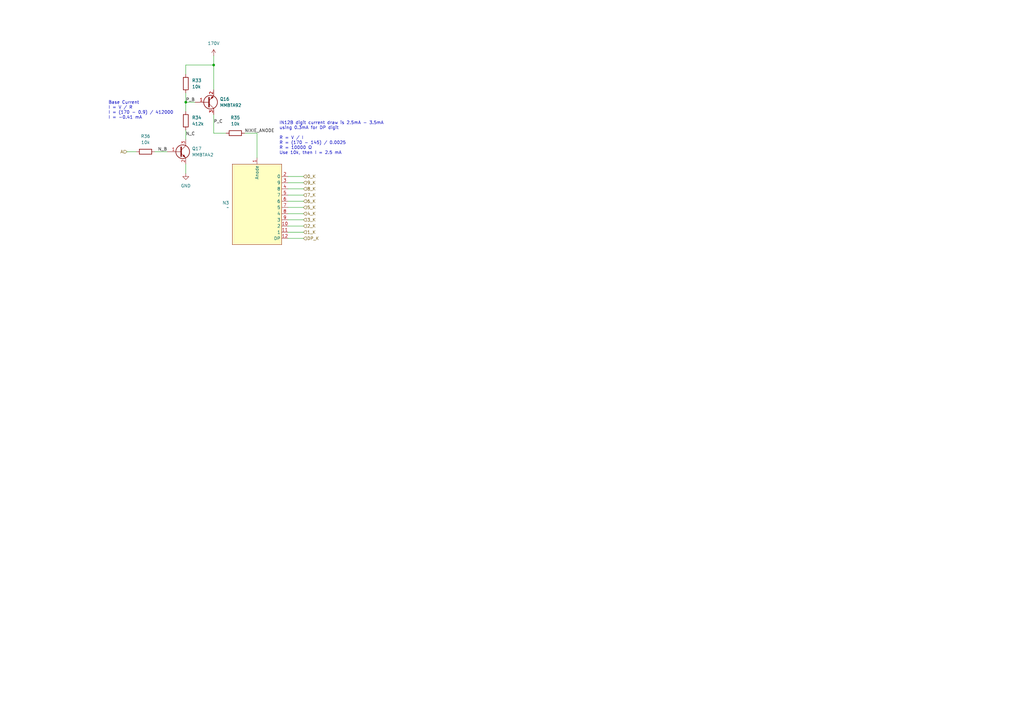
<source format=kicad_sch>
(kicad_sch (version 20231120) (generator "eeschema") (generator_version "8.0")
  (paper "A3")
  (title_block (title "Nixie Driver Board Schematic") (date "2024-05-26") (rev "0.1.0"))
  (lib_symbols
    (symbol "Custom:170V" (power) (pin_numbers hide) (pin_names (offset 0) hide)
      (property "Value" "170V" (at 0 3.556 0))
      (symbol "170V_0_1"
        (polyline (pts (xy -0.762 1.27) (xy 0 2.54)))
        (polyline (pts (xy 0 0) (xy 0 2.54)))
        (polyline (pts (xy 0 2.54) (xy 0.762 1.27)))
      )
      (symbol "170V_1_1"
        (pin power_in line (at 0 0 90) (length 0) (name "~") (number "1"))
      )
    )
    (symbol "Custom:IN12"
      (property "Reference" "N" (at 10.16 -35.56 0))
      (symbol "IN12_1_1"
        (rectangle (start 0 0) (end 20.32 -33.02) (fill (type background)))
        (pin passive line (at 10.16 2.54 270) (length 2.54) (name "Anode") (number "1"))
        (pin passive line (at 22.86 -25.4 180) (length 2.54) (name "2") (number "10"))
        (pin passive line (at 22.86 -27.94 180) (length 2.54) (name "1") (number "11"))
        (pin passive line (at 22.86 -30.48 180) (length 2.54) (name "DP") (number "12"))
        (pin passive line (at 22.86 -5.08 180) (length 2.54) (name "0") (number "2"))
        (pin passive line (at 22.86 -7.62 180) (length 2.54) (name "9") (number "3"))
        (pin passive line (at 22.86 -10.16 180) (length 2.54) (name "8") (number "4"))
        (pin passive line (at 22.86 -12.7 180) (length 2.54) (name "7") (number "5"))
        (pin passive line (at 22.86 -15.24 180) (length 2.54) (name "6") (number "6"))
        (pin passive line (at 22.86 -17.78 180) (length 2.54) (name "5") (number "7"))
        (pin passive line (at 22.86 -20.32 180) (length 2.54) (name "4") (number "8"))
        (pin passive line (at 22.86 -22.86 180) (length 2.54) (name "3") (number "9"))
      )
    )
    (symbol "Device:R" (pin_numbers hide) (pin_names (offset 0))
      (property "Reference" "R" (at 2.032 0 90))
      (property "Value" "R" (at 0 0 90))
      (symbol "R_0_1"
        (rectangle (start -1.016 -2.54) (end 1.016 2.54) (stroke (width 0.254)))
      )
      (symbol "R_1_1"
        (pin passive line (at 0 3.81 270) (length 1.27) (name "~") (number "1"))
        (pin passive line (at 0 -3.81 90) (length 1.27) (name "~") (number "2"))
      )
    )
    (symbol "Transistor_BJT:MMBTA42" (pin_names (offset 0) hide)
      (property "Reference" "Q" (at 5.08 1.905 0))
      (property "Value" "MMBTA42" (at 5.08 0 0))
      (symbol "MMBTA42_0_1"
        (polyline (pts (xy 0 0) (xy 0.635 0)))
        (polyline (pts (xy 0.635 0.635) (xy 2.54 2.54)))
        (polyline (pts (xy 0.635 -0.635) (xy 2.54 -2.54) (xy 2.54 -2.54)))
        (polyline (pts (xy 0.635 1.905) (xy 0.635 -1.905) (xy 0.635 -1.905)) (stroke (width 0.508)))
        (polyline (pts (xy 1.27 -1.778) (xy 1.778 -1.27) (xy 2.286 -2.286) (xy 1.27 -1.778) (xy 1.27 -1.778)) (fill (type outline)))
        (circle (center 1.27 0) (radius 2.8194) (stroke (width 0.254)))
      )
      (symbol "MMBTA42_1_1"
        (pin input line (at -5.08 0 0) (length 5.08) (name "B") (number "1"))
        (pin passive line (at 2.54 -5.08 90) (length 2.54) (name "E") (number "2"))
        (pin passive line (at 2.54 5.08 270) (length 2.54) (name "C") (number "3"))
      )
    )
    (symbol "Transistor_BJT:MMBTA92" (pin_names (offset 0) hide)
      (property "Reference" "Q" (at 5.08 1.905 0))
      (property "Value" "MMBTA92" (at 5.08 0 0))
      (symbol "MMBTA92_0_1"
        (polyline (pts (xy 0 0) (xy 0.635 0)))
        (polyline (pts (xy 2.54 -2.54) (xy 0.635 -0.635)))
        (polyline (pts (xy 2.54 2.54) (xy 0.635 0.635)))
        (polyline (pts (xy 0.635 1.905) (xy 0.635 -1.905) (xy 0.635 -1.905)) (stroke (width 0.508)) (fill (type outline)))
        (polyline (pts (xy 1.905 -2.413) (xy 2.413 -1.905) (xy 1.397 -1.397) (xy 1.905 -2.413) (xy 1.905 -2.413)) (fill (type outline)))
        (circle (center 1.27 0) (radius 2.8194) (stroke (width 0.254)))
      )
      (symbol "MMBTA92_1_1"
        (pin input line (at -5.08 0 0) (length 5.08) (name "B") (number "1"))
        (pin passive line (at 2.54 -5.08 90) (length 2.54) (name "E") (number "2"))
        (pin passive line (at 2.54 5.08 270) (length 2.54) (name "C") (number "3"))
      )
    )
    (symbol "power:GND" (power) (pin_numbers hide) (pin_names (offset 0) hide)
      (property "Value" "GND" (at 0 -3.81 0))
      (symbol "GND_0_1"
        (polyline (pts (xy 0 0) (xy 0 -1.27) (xy 1.27 -1.27) (xy 0 -2.54) (xy -1.27 -1.27) (xy 0 -1.27)))
      )
      (symbol "GND_1_1"
        (pin power_in line (at 0 0 270) (length 0) (name "~") (number "1"))
      )
    )
  )
  (junction (at 76.2 41.91))
  (junction (at 87.63 26.67))
  (wire (pts (xy 118.11 97.79) (xy 124.46 97.79)))
  (wire (pts (xy 76.2 38.1) (xy 76.2 41.91)))
  (wire (pts (xy 63.5 62.23) (xy 68.58 62.23)))
  (wire (pts (xy 87.63 54.61) (xy 92.71 54.61)))
  (wire (pts (xy 76.2 41.91) (xy 80.01 41.91)))
  (wire (pts (xy 87.63 26.67) (xy 76.2 26.67)))
  (wire (pts (xy 105.41 54.61) (xy 105.41 64.77)))
  (wire (pts (xy 118.11 90.17) (xy 124.46 90.17)))
  (wire (pts (xy 52.07 62.23) (xy 55.88 62.23)))
  (wire (pts (xy 100.33 54.61) (xy 105.41 54.61)))
  (wire (pts (xy 118.11 77.47) (xy 124.46 77.47)))
  (wire (pts (xy 118.11 82.55) (xy 124.46 82.55)))
  (wire (pts (xy 76.2 67.31) (xy 76.2 71.12)))
  (wire (pts (xy 87.63 22.86) (xy 87.63 26.67)))
  (wire (pts (xy 118.11 72.39) (xy 124.46 72.39)))
  (wire (pts (xy 118.11 87.63) (xy 124.46 87.63)))
  (wire (pts (xy 76.2 26.67) (xy 76.2 30.48)))
  (wire (pts (xy 118.11 80.01) (xy 124.46 80.01)))
  (wire (pts (xy 118.11 85.09) (xy 124.46 85.09)))
  (wire (pts (xy 87.63 46.99) (xy 87.63 54.61)))
  (wire (pts (xy 76.2 41.91) (xy 76.2 45.72)))
  (wire (pts (xy 118.11 95.25) (xy 124.46 95.25)))
  (wire (pts (xy 87.63 36.83) (xy 87.63 26.67)))
  (wire (pts (xy 76.2 53.34) (xy 76.2 57.15)))
  (wire (pts (xy 118.11 74.93) (xy 124.46 74.93)))
  (wire (pts (xy 118.11 92.71) (xy 124.46 92.71)))
  (text "Base Current\nI = V / R\nI = (170 - 0.9) / 412000\nI = -0.41 mA" (at 44.45 45.212 0) (effects (font (size 1.27 1.27)) (justify left)))
  (text "IN12B digit current draw is 2.5mA - 3.5mA\nusing 0.3mA for DP digit\n\nR = V / I\nR = (170 - 145) / 0.0025\nR = 10000 Ω\nUse 10k, then I = 2.5 mA" (at 114.554 63.5 0) (effects (font (size 1.27 1.27)) (justify left bottom)))
  (label "P_C" (at 87.63 50.8 0))
  (label "P_B" (at 76.2 41.91 0))
  (label "N_C" (at 76.2 55.88 0))
  (label "NIXIE_ANODE" (at 100.33 54.61 0))
  (label "N_B" (at 64.77 62.23 0))
  (hierarchical_label "2_K" (shape input) (at 124.46 92.71 0))
  (hierarchical_label "3_K" (shape input) (at 124.46 90.17 0))
  (hierarchical_label "1_K" (shape input) (at 124.46 95.25 0))
  (hierarchical_label "6_K" (shape input) (at 124.46 82.55 0))
  (hierarchical_label "8_K" (shape input) (at 124.46 77.47 0))
  (hierarchical_label "9_K" (shape input) (at 124.46 74.93 0))
  (hierarchical_label "5_K" (shape input) (at 124.46 85.09 0))
  (hierarchical_label "7_K" (shape input) (at 124.46 80.01 0))
  (hierarchical_label "4_K" (shape input) (at 124.46 87.63 0))
  (hierarchical_label "DP_K" (shape input) (at 124.46 97.79 0))
  (hierarchical_label "A" (shape input) (at 52.07 62.23 180))
  (hierarchical_label "0_K" (shape input) (at 124.46 72.39 0))
  (symbol (lib_id "power:GND") (at 76.2 71.12 0) (unit 1)
    (property "Reference" "#PWR029" (effects (hide yes)))
    (property "Value" "GND" (at 76.2 76.2 0))
    (property "Description" "Power symbol creates a global label with name \"GND\" , ground" (effects (hide yes)))
    (instances (project "nixie_board" (path "" (reference "#PWR029") (unit 1)) (path "" (reference "#PWR033") (unit 1)) (path "" (reference "#PWR039") (unit 1)) (path "" (reference "#PWR027") (unit 1)) (path "" (reference "#PWR035") (unit 1)) (path "" (reference "#PWR025") (unit 1)) (path "" (reference "#PWR037") (unit 1)) (path "" (reference "#PWR031") (unit 1))))
  )
  (symbol (lib_id "Device:R") (at 76.2 34.29 0) (unit 1)
    (property "Reference" "R33" (at 78.74 33.0199 0) (effects (justify left)))
    (property "Value" "10k" (at 78.74 35.5599 0) (effects (justify left)))
    (property "Footprint" "Resistor_SMD:R_1206_3216Metric" (effects (hide yes)))
    (property "Description" "Resistor" (effects (hide yes)))
    (instances (project "nixie_board" (path "" (reference "R33") (unit 1)) (path "" (reference "R41") (unit 1)) (path "" (reference "R53") (unit 1)) (path "" (reference "R29") (unit 1)) (path "" (reference "R45") (unit 1)) (path "" (reference "R25") (unit 1)) (path "" (reference "R49") (unit 1)) (path "" (reference "R37") (unit 1))))
  )
  (symbol (lib_id "Transistor_BJT:MMBTA42") (at 73.66 62.23 0) (unit 1)
    (property "Reference" "Q17" (at 78.74 60.9599 0) (effects (justify left)))
    (property "Value" "MMBTA42" (at 78.74 63.4999 0) (effects (justify left)))
    (property "Footprint" "Package_TO_SOT_SMD:SOT-23" (effects (hide yes)))
    (property "Datasheet" "https://www.onsemi.com/pub/Collateral/MMBTA42LT1-D.PDF" (effects (hide yes)))
    (property "Description" "0.5A Ic, 300V Vce, NPN High Voltage Transistor, SOT-23" (effects (hide yes)))
    (instances (project "nixie_board" (path "" (reference "Q17") (unit 1)) (path "" (reference "Q21") (unit 1)) (path "" (reference "Q27") (unit 1)) (path "" (reference "Q15") (unit 1)) (path "" (reference "Q23") (unit 1)) (path "" (reference "Q13") (unit 1)) (path "" (reference "Q25") (unit 1)) (path "" (reference "Q19") (unit 1))))
  )
  (symbol (lib_id "Custom:170V") (at 87.63 22.86 0) (unit 1)
    (property "Reference" "#PWR028" (effects (hide yes)))
    (property "Value" "170V" (at 87.63 17.78 0))
    (property "Description" "Power symbol creates a global label with name \"VCC\"" (effects (hide yes)))
    (instances (project "nixie_board" (path "" (reference "#PWR028") (unit 1)) (path "" (reference "#PWR032") (unit 1)) (path "" (reference "#PWR038") (unit 1)) (path "" (reference "#PWR026") (unit 1)) (path "" (reference "#PWR034") (unit 1)) (path "" (reference "#PWR024") (unit 1)) (path "" (reference "#PWR036") (unit 1)) (path "" (reference "#PWR030") (unit 1))))
  )
  (symbol (lib_id "Custom:IN12") (at 95.25 67.31 0) (unit 1)
    (property "Reference" "N3" (at 93.98 83.1849 0) (effects (justify right)))
    (property "Value" "~" (at 93.98 85.09 0) (effects (justify right)))
    (property "Footprint" "Custom:IN12" (effects (hide yes)))
    (instances (project "nixie_board" (path "" (reference "N3") (unit 1)) (path "" (reference "N5") (unit 1)) (path "" (reference "N8") (unit 1)) (path "" (reference "N2") (unit 1)) (path "" (reference "N6") (unit 1)) (path "" (reference "N1") (unit 1)) (path "" (reference "N7") (unit 1)) (path "" (reference "N4") (unit 1))))
  )
  (symbol (lib_id "Device:R") (at 76.2 49.53 0) (unit 1)
    (property "Reference" "R34" (at 78.74 48.2599 0) (effects (justify left)))
    (property "Value" "412k" (at 78.74 50.7999 0) (effects (justify left)))
    (property "Footprint" "Resistor_SMD:R_1206_3216Metric" (effects (hide yes)))
    (property "Description" "Resistor" (effects (hide yes)))
    (instances (project "nixie_board" (path "" (reference "R34") (unit 1)) (path "" (reference "R42") (unit 1)) (path "" (reference "R54") (unit 1)) (path "" (reference "R30") (unit 1)) (path "" (reference "R46") (unit 1)) (path "" (reference "R26") (unit 1)) (path "" (reference "R50") (unit 1)) (path "" (reference "R38") (unit 1))))
  )
  (symbol (lib_id "Transistor_BJT:MMBTA92") (at 85.09 41.91 0) (mirror x) (unit 1)
    (property "Reference" "Q16" (at 90.17 40.6399 0) (effects (justify left)))
    (property "Value" "MMBTA92" (at 90.17 43.1799 0) (effects (justify left)))
    (property "Footprint" "Package_TO_SOT_SMD:SOT-23" (effects (hide yes)))
    (property "Datasheet" "https://www.onsemi.com/pub/Collateral/MMBTA92LT1-D.PDF" (effects (hide yes)))
    (property "Description" "0.5A Ic, 300V Vce, PNP High Voltage Transistor, SOT-23" (effects (hide yes)))
    (instances (project "nixie_board" (path "" (reference "Q16") (unit 1)) (path "" (reference "Q20") (unit 1)) (path "" (reference "Q26") (unit 1)) (path "" (reference "Q14") (unit 1)) (path "" (reference "Q22") (unit 1)) (path "" (reference "Q12") (unit 1)) (path "" (reference "Q24") (unit 1)) (path "" (reference "Q18") (unit 1))))
  )
  (symbol (lib_id "Device:R") (at 59.69 62.23 90) (unit 1)
    (property "Reference" "R36" (at 59.69 55.88 90))
    (property "Value" "10k" (at 59.69 58.42 90))
    (property "Footprint" "Resistor_SMD:R_0603_1608Metric" (effects (hide yes)))
    (property "Description" "Resistor" (effects (hide yes)))
    (instances (project "nixie_board" (path "" (reference "R36") (unit 1)) (path "" (reference "R44") (unit 1)) (path "" (reference "R56") (unit 1)) (path "" (reference "R32") (unit 1)) (path "" (reference "R48") (unit 1)) (path "" (reference "R28") (unit 1)) (path "" (reference "R52") (unit 1)) (path "" (reference "R40") (unit 1))))
  )
  (symbol (lib_id "Device:R") (at 96.52 54.61 90) (unit 1)
    (property "Reference" "R35" (at 96.52 48.26 90))
    (property "Value" "10k" (at 96.52 50.8 90))
    (property "Footprint" "Resistor_SMD:R_1206_3216Metric" (effects (hide yes)))
    (property "Description" "Resistor" (effects (hide yes)))
    (instances (project "nixie_board" (path "" (reference "R35") (unit 1)) (path "" (reference "R43") (unit 1)) (path "" (reference "R55") (unit 1)) (path "" (reference "R31") (unit 1)) (path "" (reference "R47") (unit 1)) (path "" (reference "R27") (unit 1)) (path "" (reference "R51") (unit 1)) (path "" (reference "R39") (unit 1))))
  )
)
</source>
